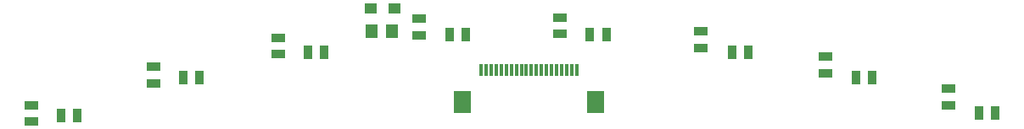
<source format=gbr>
%TF.GenerationSoftware,Altium Limited,Altium Designer,24.7.2 (38)*%
G04 Layer_Color=8421504*
%FSLAX45Y45*%
%MOMM*%
%TF.SameCoordinates,B6918A48-4A74-411C-9F4E-45D1434950E3*%
%TF.FilePolarity,Positive*%
%TF.FileFunction,Paste,Top*%
%TF.Part,Single*%
G01*
G75*
%TA.AperFunction,SMDPad,CuDef*%
%ADD10R,0.85000X1.35000*%
%ADD11R,1.25000X1.10000*%
%ADD12R,1.35000X0.85000*%
%ADD13R,1.20000X1.45000*%
%ADD14R,1.80000X2.20000*%
%ADD15R,0.30000X1.30000*%
D10*
X10973999Y5168758D02*
D03*
X10809000D02*
D03*
X13440298Y5801959D02*
D03*
X13275301D02*
D03*
X14852599Y5979160D02*
D03*
X14687601D02*
D03*
X16254678D02*
D03*
X16089680D02*
D03*
X17671999Y5801360D02*
D03*
X17507001D02*
D03*
X18910300Y5547360D02*
D03*
X18745302D02*
D03*
X12031101Y5548361D02*
D03*
X12196100D02*
D03*
X19969501Y5194259D02*
D03*
X20134499D02*
D03*
D11*
X13904919Y6245382D02*
D03*
X14139922D02*
D03*
D12*
X15791180Y6150559D02*
D03*
Y5985561D02*
D03*
X17195799Y6010859D02*
D03*
Y5845861D02*
D03*
X18440401Y5756859D02*
D03*
Y5591861D02*
D03*
X19664600Y5435458D02*
D03*
Y5270459D02*
D03*
X10513700Y5106162D02*
D03*
Y5271160D02*
D03*
X11732600Y5491262D02*
D03*
Y5656260D02*
D03*
X12976799Y5782960D02*
D03*
Y5947959D02*
D03*
X14389101Y5972861D02*
D03*
Y6137859D02*
D03*
D13*
X14112921Y6016782D02*
D03*
X13912921D02*
D03*
D14*
X16146301Y5300000D02*
D03*
X14816302D02*
D03*
D15*
X15956300Y5624998D02*
D03*
X15906297D02*
D03*
X15856300D02*
D03*
X15806297D02*
D03*
X15756300D02*
D03*
X15706297D02*
D03*
X15656300D02*
D03*
X15606297D02*
D03*
X15556300D02*
D03*
X15506299D02*
D03*
X15456300D02*
D03*
X15406299D02*
D03*
X15356302D02*
D03*
X15306299D02*
D03*
X15256302D02*
D03*
X15206299D02*
D03*
X15156302D02*
D03*
X15106299D02*
D03*
X15056302D02*
D03*
X15006300D02*
D03*
%TF.MD5,0ccfac9b761bd317caf72106c1c57f31*%
M02*

</source>
